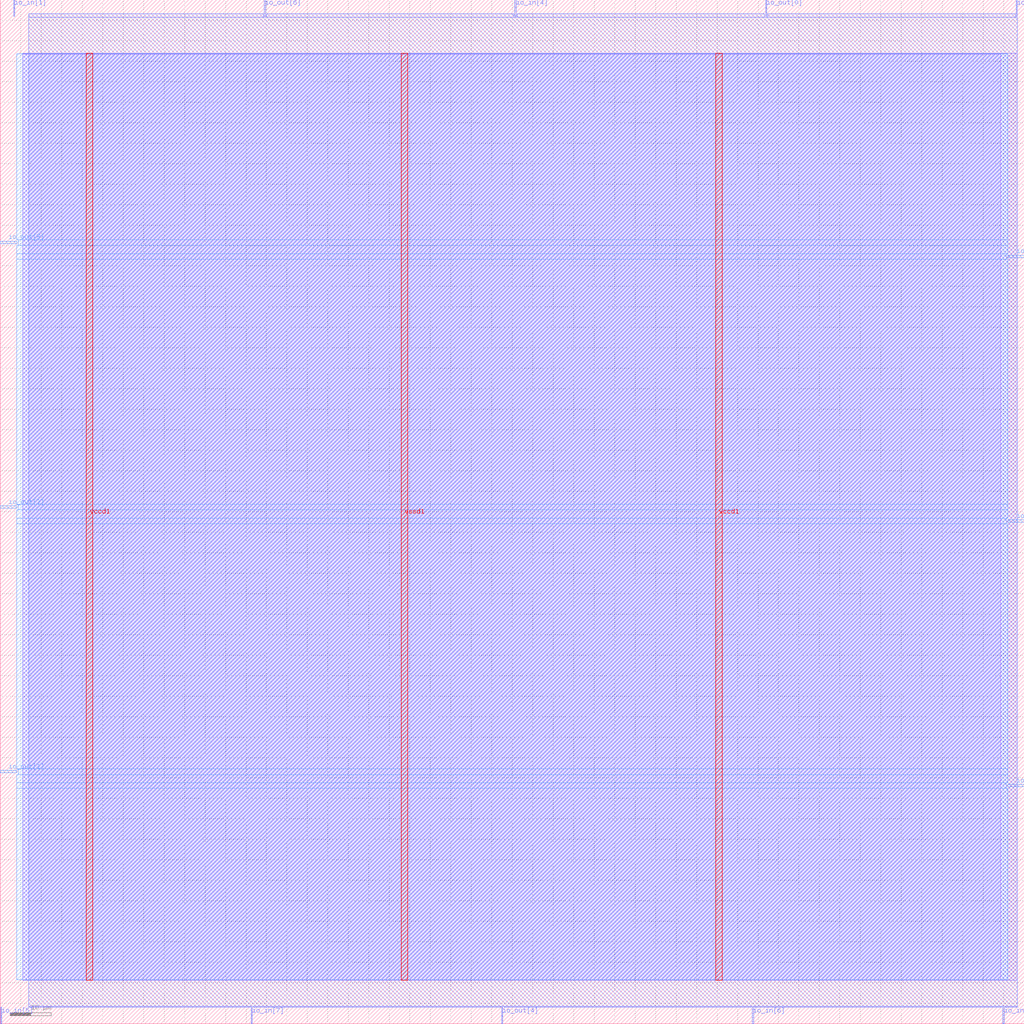
<source format=lef>
VERSION 5.7 ;
  NOWIREEXTENSIONATPIN ON ;
  DIVIDERCHAR "/" ;
  BUSBITCHARS "[]" ;
MACRO user_module
  CLASS BLOCK ;
  FOREIGN user_module ;
  ORIGIN 0.000 0.000 ;
  SIZE 250.000 BY 250.000 ;
  PIN io_in[0]
    DIRECTION INPUT ;
    USE SIGNAL ;
    PORT
      LAYER met3 ;
        RECT 246.000 122.440 250.000 123.040 ;
    END
  END io_in[0]
  PIN io_in[1]
    DIRECTION INPUT ;
    USE SIGNAL ;
    PORT
      LAYER met2 ;
        RECT 3.310 246.000 3.590 250.000 ;
    END
  END io_in[1]
  PIN io_in[2]
    DIRECTION INPUT ;
    USE SIGNAL ;
    PORT
      LAYER met3 ;
        RECT 246.000 187.040 250.000 187.640 ;
    END
  END io_in[2]
  PIN io_in[3]
    DIRECTION INPUT ;
    USE SIGNAL ;
    PORT
      LAYER met2 ;
        RECT 244.810 0.000 245.090 4.000 ;
    END
  END io_in[3]
  PIN io_in[4]
    DIRECTION INPUT ;
    USE SIGNAL ;
    PORT
      LAYER met2 ;
        RECT 125.670 246.000 125.950 250.000 ;
    END
  END io_in[4]
  PIN io_in[5]
    DIRECTION INPUT ;
    USE SIGNAL ;
    PORT
      LAYER met2 ;
        RECT 0.090 0.000 0.370 4.000 ;
    END
  END io_in[5]
  PIN io_in[6]
    DIRECTION INPUT ;
    USE SIGNAL ;
    PORT
      LAYER met2 ;
        RECT 183.630 0.000 183.910 4.000 ;
    END
  END io_in[6]
  PIN io_in[7]
    DIRECTION INPUT ;
    USE SIGNAL ;
    PORT
      LAYER met2 ;
        RECT 61.270 0.000 61.550 4.000 ;
    END
  END io_in[7]
  PIN io_out[0]
    DIRECTION OUTPUT TRISTATE ;
    USE SIGNAL ;
    PORT
      LAYER met2 ;
        RECT 186.850 246.000 187.130 250.000 ;
    END
  END io_out[0]
  PIN io_out[1]
    DIRECTION OUTPUT TRISTATE ;
    USE SIGNAL ;
    PORT
      LAYER met3 ;
        RECT 0.000 61.240 4.000 61.840 ;
    END
  END io_out[1]
  PIN io_out[2]
    DIRECTION OUTPUT TRISTATE ;
    USE SIGNAL ;
    PORT
      LAYER met3 ;
        RECT 0.000 125.840 4.000 126.440 ;
    END
  END io_out[2]
  PIN io_out[3]
    DIRECTION OUTPUT TRISTATE ;
    USE SIGNAL ;
    PORT
      LAYER met2 ;
        RECT 248.030 246.000 248.310 250.000 ;
    END
  END io_out[3]
  PIN io_out[4]
    DIRECTION OUTPUT TRISTATE ;
    USE SIGNAL ;
    PORT
      LAYER met2 ;
        RECT 122.450 0.000 122.730 4.000 ;
    END
  END io_out[4]
  PIN io_out[5]
    DIRECTION OUTPUT TRISTATE ;
    USE SIGNAL ;
    PORT
      LAYER met3 ;
        RECT 0.000 190.440 4.000 191.040 ;
    END
  END io_out[5]
  PIN io_out[6]
    DIRECTION OUTPUT TRISTATE ;
    USE SIGNAL ;
    PORT
      LAYER met2 ;
        RECT 64.490 246.000 64.770 250.000 ;
    END
  END io_out[6]
  PIN io_out[7]
    DIRECTION OUTPUT TRISTATE ;
    USE SIGNAL ;
    PORT
      LAYER met3 ;
        RECT 246.000 57.840 250.000 58.440 ;
    END
  END io_out[7]
  PIN vccd1
    DIRECTION INOUT ;
    USE POWER ;
    PORT
      LAYER met4 ;
        RECT 21.040 10.640 22.640 236.880 ;
    END
    PORT
      LAYER met4 ;
        RECT 174.640 10.640 176.240 236.880 ;
    END
  END vccd1
  PIN vssd1
    DIRECTION INOUT ;
    USE GROUND ;
    PORT
      LAYER met4 ;
        RECT 97.840 10.640 99.440 236.880 ;
    END
  END vssd1
  OBS
      LAYER li1 ;
        RECT 5.520 10.795 244.260 236.725 ;
      LAYER met1 ;
        RECT 5.520 10.640 248.330 236.880 ;
      LAYER met2 ;
        RECT 6.990 245.720 64.210 246.570 ;
        RECT 65.050 245.720 125.390 246.570 ;
        RECT 126.230 245.720 186.570 246.570 ;
        RECT 187.410 245.720 247.750 246.570 ;
        RECT 6.990 4.280 248.300 245.720 ;
        RECT 6.990 4.000 60.990 4.280 ;
        RECT 61.830 4.000 122.170 4.280 ;
        RECT 123.010 4.000 183.350 4.280 ;
        RECT 184.190 4.000 244.530 4.280 ;
        RECT 245.370 4.000 248.300 4.280 ;
      LAYER met3 ;
        RECT 4.000 191.440 246.000 236.805 ;
        RECT 4.400 190.040 246.000 191.440 ;
        RECT 4.000 188.040 246.000 190.040 ;
        RECT 4.000 186.640 245.600 188.040 ;
        RECT 4.000 126.840 246.000 186.640 ;
        RECT 4.400 125.440 246.000 126.840 ;
        RECT 4.000 123.440 246.000 125.440 ;
        RECT 4.000 122.040 245.600 123.440 ;
        RECT 4.000 62.240 246.000 122.040 ;
        RECT 4.400 60.840 246.000 62.240 ;
        RECT 4.000 58.840 246.000 60.840 ;
        RECT 4.000 57.440 245.600 58.840 ;
        RECT 4.000 10.715 246.000 57.440 ;
  END
END user_module
END LIBRARY


</source>
